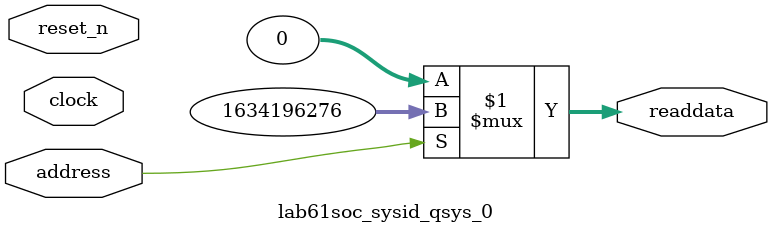
<source format=v>



// synthesis translate_off
`timescale 1ns / 1ps
// synthesis translate_on

// turn off superfluous verilog processor warnings 
// altera message_level Level1 
// altera message_off 10034 10035 10036 10037 10230 10240 10030 

module lab61soc_sysid_qsys_0 (
               // inputs:
                address,
                clock,
                reset_n,

               // outputs:
                readdata
             )
;

  output  [ 31: 0] readdata;
  input            address;
  input            clock;
  input            reset_n;

  wire    [ 31: 0] readdata;
  //control_slave, which is an e_avalon_slave
  assign readdata = address ? 1634196276 : 0;

endmodule



</source>
